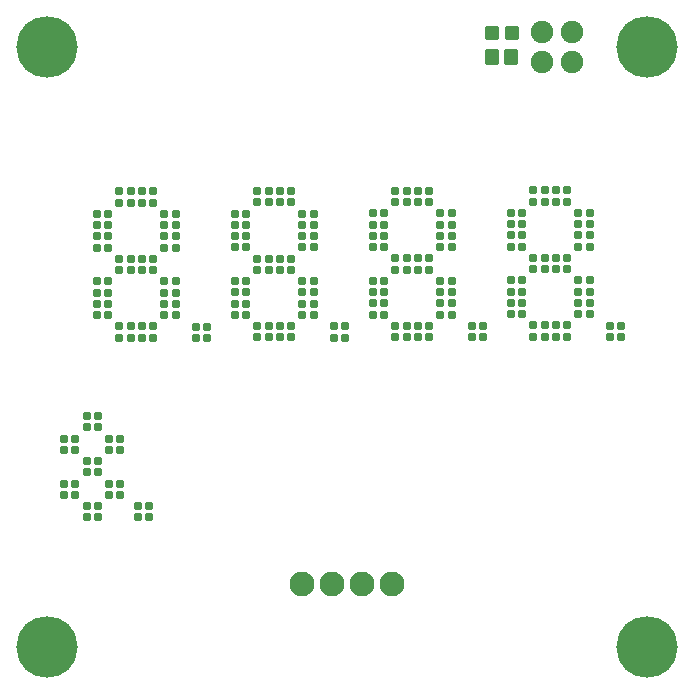
<source format=gts>
G04 Layer: TopSolderMaskLayer*
G04 EasyEDA v6.5.34, 2023-09-25 23:45:59*
G04 c5930d253d39478cbfd5350cf3090093,5a6b42c53f6a479593ecc07194224c93,10*
G04 Gerber Generator version 0.2*
G04 Scale: 100 percent, Rotated: No, Reflected: No *
G04 Dimensions in millimeters *
G04 leading zeros omitted , absolute positions ,4 integer and 5 decimal *
%FSLAX45Y45*%
%MOMM*%

%AMMACRO1*1,1,$1,$2,$3*1,1,$1,$4,$5*1,1,$1,0-$2,0-$3*1,1,$1,0-$4,0-$5*20,1,$1,$2,$3,$4,$5,0*20,1,$1,$4,$5,0-$2,0-$3,0*20,1,$1,0-$2,0-$3,0-$4,0-$5,0*20,1,$1,0-$4,0-$5,$2,$3,0*4,1,4,$2,$3,$4,$5,0-$2,0-$3,0-$4,0-$5,$2,$3,0*%
%ADD10MACRO1,0.1016X-0.275X-0.275X-0.275X0.275*%
%ADD11MACRO1,0.2032X0.5X-0.55X-0.5X-0.55*%
%ADD12MACRO1,0.2032X-0.45X-0.5X-0.45X0.5*%
%ADD13C,5.2032*%
%ADD14C,1.9016*%
%ADD15C,2.1016*%
%ADD16C,0.0196*%

%LPD*%
D10*
G01*
X714474Y1476495D03*
G01*
X809490Y1476495D03*
G01*
X809495Y1571518D03*
G01*
X714474Y1571517D03*
G01*
X523976Y1666995D03*
G01*
X618992Y1666995D03*
G01*
X618998Y1762018D03*
G01*
X523976Y1762017D03*
G01*
X714474Y1857493D03*
G01*
X809490Y1857493D03*
G01*
X809495Y1952515D03*
G01*
X714474Y1952514D03*
G01*
X523976Y2047993D03*
G01*
X618992Y2047993D03*
G01*
X618998Y2143015D03*
G01*
X523976Y2143014D03*
G01*
X714474Y2238493D03*
G01*
X809490Y2238493D03*
G01*
X809495Y2333515D03*
G01*
X714474Y2333514D03*
G01*
X904974Y2047993D03*
G01*
X999990Y2047993D03*
G01*
X999995Y2143015D03*
G01*
X904974Y2143014D03*
G01*
X904974Y1666995D03*
G01*
X999990Y1666995D03*
G01*
X999995Y1762018D03*
G01*
X904974Y1762017D03*
G01*
X1146274Y1476495D03*
G01*
X1241290Y1476495D03*
G01*
X1241295Y1571518D03*
G01*
X1146274Y1571517D03*
G01*
X3978368Y3000493D03*
G01*
X4073385Y3000493D03*
G01*
X4073390Y3095515D03*
G01*
X3978368Y3095514D03*
G01*
X5146766Y3003172D03*
G01*
X5241782Y3003172D03*
G01*
X5241787Y3098195D03*
G01*
X5146766Y3098194D03*
G01*
X2809971Y2997813D03*
G01*
X2904987Y2997813D03*
G01*
X2904992Y3092836D03*
G01*
X2809971Y3092834D03*
G01*
X1641574Y2995133D03*
G01*
X1736590Y2995133D03*
G01*
X1736595Y3090156D03*
G01*
X1641574Y3090155D03*
G01*
X1968672Y3381490D03*
G01*
X2063689Y3381490D03*
G01*
X2063694Y3476513D03*
G01*
X1968672Y3476511D03*
G01*
X1968672Y3190990D03*
G01*
X2063689Y3190990D03*
G01*
X2063694Y3286013D03*
G01*
X1968672Y3286011D03*
G01*
X2159172Y3000493D03*
G01*
X2254189Y3000493D03*
G01*
X2254194Y3095515D03*
G01*
X2159172Y3095514D03*
G01*
X2349672Y3000493D03*
G01*
X2444689Y3000493D03*
G01*
X2444694Y3095515D03*
G01*
X2349672Y3095514D03*
G01*
X2540172Y3190990D03*
G01*
X2635189Y3190990D03*
G01*
X2635194Y3286013D03*
G01*
X2540172Y3286011D03*
G01*
X2540172Y3381490D03*
G01*
X2635189Y3381490D03*
G01*
X2635194Y3476513D03*
G01*
X2540172Y3476511D03*
G01*
X2349672Y3571990D03*
G01*
X2444689Y3571990D03*
G01*
X2444694Y3667013D03*
G01*
X2349672Y3667011D03*
G01*
X2159172Y3571990D03*
G01*
X2254189Y3571990D03*
G01*
X2254194Y3667013D03*
G01*
X2159172Y3667011D03*
G01*
X2540172Y3762490D03*
G01*
X2635189Y3762490D03*
G01*
X2635194Y3857513D03*
G01*
X2540172Y3857511D03*
G01*
X2540172Y3952990D03*
G01*
X2635189Y3952990D03*
G01*
X2635194Y4048013D03*
G01*
X2540172Y4048011D03*
G01*
X2349672Y4143490D03*
G01*
X2444689Y4143490D03*
G01*
X2444694Y4238513D03*
G01*
X2349672Y4238511D03*
G01*
X2159172Y4143490D03*
G01*
X2254189Y4143490D03*
G01*
X2254194Y4238513D03*
G01*
X2159172Y4238511D03*
G01*
X1968672Y3762490D03*
G01*
X2063689Y3762490D03*
G01*
X2063694Y3857513D03*
G01*
X1968672Y3857511D03*
G01*
X1968672Y3952990D03*
G01*
X2063689Y3952990D03*
G01*
X2063694Y4048013D03*
G01*
X1968672Y4048011D03*
G01*
X3137070Y3955670D03*
G01*
X3232086Y3955670D03*
G01*
X3232091Y4050692D03*
G01*
X3137070Y4050691D03*
G01*
X3137070Y3765170D03*
G01*
X3232086Y3765170D03*
G01*
X3232091Y3860192D03*
G01*
X3137070Y3860191D03*
G01*
X3327570Y4146170D03*
G01*
X3422586Y4146170D03*
G01*
X3422591Y4241192D03*
G01*
X3327570Y4241191D03*
G01*
X3518070Y4146170D03*
G01*
X3613086Y4146170D03*
G01*
X3613091Y4241192D03*
G01*
X3518070Y4241191D03*
G01*
X3708570Y3955670D03*
G01*
X3803586Y3955670D03*
G01*
X3803591Y4050692D03*
G01*
X3708570Y4050691D03*
G01*
X3708570Y3765170D03*
G01*
X3803586Y3765170D03*
G01*
X3803591Y3860192D03*
G01*
X3708570Y3860191D03*
G01*
X3327570Y3574670D03*
G01*
X3422586Y3574670D03*
G01*
X3422591Y3669692D03*
G01*
X3327570Y3669691D03*
G01*
X3518070Y3574670D03*
G01*
X3613086Y3574670D03*
G01*
X3613091Y3669692D03*
G01*
X3518070Y3669691D03*
G01*
X3708570Y3384170D03*
G01*
X3803586Y3384170D03*
G01*
X3803591Y3479192D03*
G01*
X3708570Y3479191D03*
G01*
X3708570Y3193670D03*
G01*
X3803586Y3193670D03*
G01*
X3803591Y3288692D03*
G01*
X3708570Y3288691D03*
G01*
X3518070Y3003172D03*
G01*
X3613086Y3003172D03*
G01*
X3613091Y3098195D03*
G01*
X3518070Y3098194D03*
G01*
X3327570Y3003172D03*
G01*
X3422586Y3003172D03*
G01*
X3422591Y3098195D03*
G01*
X3327570Y3098194D03*
G01*
X3137070Y3193670D03*
G01*
X3232086Y3193670D03*
G01*
X3232091Y3288692D03*
G01*
X3137070Y3288691D03*
G01*
X3137070Y3384170D03*
G01*
X3232086Y3384170D03*
G01*
X3232091Y3479192D03*
G01*
X3137070Y3479191D03*
G01*
X4305467Y3386849D03*
G01*
X4400483Y3386849D03*
G01*
X4400489Y3481872D03*
G01*
X4305467Y3481871D03*
G01*
X4305467Y3196349D03*
G01*
X4400483Y3196349D03*
G01*
X4400489Y3291372D03*
G01*
X4305467Y3291371D03*
G01*
X4495967Y3005852D03*
G01*
X4590983Y3005852D03*
G01*
X4590989Y3100875D03*
G01*
X4495967Y3100873D03*
G01*
X4686467Y3005852D03*
G01*
X4781483Y3005852D03*
G01*
X4781489Y3100875D03*
G01*
X4686467Y3100873D03*
G01*
X4876967Y3196349D03*
G01*
X4971983Y3196349D03*
G01*
X4971989Y3291372D03*
G01*
X4876967Y3291371D03*
G01*
X4876967Y3386849D03*
G01*
X4971983Y3386849D03*
G01*
X4971989Y3481872D03*
G01*
X4876967Y3481871D03*
G01*
X4686467Y3577349D03*
G01*
X4781483Y3577349D03*
G01*
X4781489Y3672372D03*
G01*
X4686467Y3672371D03*
G01*
X4495967Y3577349D03*
G01*
X4590983Y3577349D03*
G01*
X4590989Y3672372D03*
G01*
X4495967Y3672371D03*
G01*
X4876967Y3767849D03*
G01*
X4971983Y3767849D03*
G01*
X4971989Y3862872D03*
G01*
X4876967Y3862871D03*
G01*
X4876967Y3958349D03*
G01*
X4971983Y3958349D03*
G01*
X4971989Y4053372D03*
G01*
X4876967Y4053371D03*
G01*
X4686467Y4148849D03*
G01*
X4781483Y4148849D03*
G01*
X4781489Y4243872D03*
G01*
X4686467Y4243871D03*
G01*
X4495967Y4148849D03*
G01*
X4590983Y4148849D03*
G01*
X4590989Y4243872D03*
G01*
X4495967Y4243871D03*
G01*
X4305467Y3767849D03*
G01*
X4400483Y3767849D03*
G01*
X4400489Y3862872D03*
G01*
X4305467Y3862871D03*
G01*
X4305467Y3958349D03*
G01*
X4400483Y3958349D03*
G01*
X4400489Y4053372D03*
G01*
X4305467Y4053371D03*
G01*
X800275Y3950310D03*
G01*
X895291Y3950310D03*
G01*
X895296Y4045333D03*
G01*
X800275Y4045332D03*
G01*
X800275Y3759810D03*
G01*
X895291Y3759810D03*
G01*
X895296Y3854833D03*
G01*
X800275Y3854832D03*
G01*
X990775Y4140810D03*
G01*
X1085791Y4140810D03*
G01*
X1085796Y4235833D03*
G01*
X990775Y4235832D03*
G01*
X1181275Y4140810D03*
G01*
X1276291Y4140810D03*
G01*
X1276296Y4235833D03*
G01*
X1181275Y4235832D03*
G01*
X1371775Y3950310D03*
G01*
X1466791Y3950310D03*
G01*
X1466796Y4045333D03*
G01*
X1371775Y4045332D03*
G01*
X1371775Y3759810D03*
G01*
X1466791Y3759810D03*
G01*
X1466796Y3854833D03*
G01*
X1371775Y3854832D03*
G01*
X990775Y3569310D03*
G01*
X1085791Y3569310D03*
G01*
X1085796Y3664333D03*
G01*
X990775Y3664332D03*
G01*
X1181275Y3569310D03*
G01*
X1276291Y3569310D03*
G01*
X1276296Y3664333D03*
G01*
X1181275Y3664332D03*
G01*
X1371775Y3378810D03*
G01*
X1466791Y3378810D03*
G01*
X1466796Y3473833D03*
G01*
X1371775Y3473832D03*
G01*
X1371775Y3188310D03*
G01*
X1466791Y3188310D03*
G01*
X1466796Y3283333D03*
G01*
X1371775Y3283332D03*
G01*
X1181275Y2997813D03*
G01*
X1276291Y2997813D03*
G01*
X1276296Y3092836D03*
G01*
X1181275Y3092834D03*
G01*
X990775Y2997813D03*
G01*
X1085791Y2997813D03*
G01*
X1085796Y3092836D03*
G01*
X990775Y3092834D03*
G01*
X800275Y3188310D03*
G01*
X895291Y3188310D03*
G01*
X895296Y3283333D03*
G01*
X800275Y3283332D03*
G01*
X800275Y3378810D03*
G01*
X895291Y3378810D03*
G01*
X895296Y3473833D03*
G01*
X800275Y3473832D03*
D11*
G01*
X4149082Y5372089D03*
G01*
X4309082Y5372089D03*
D12*
G01*
X4144081Y5575282D03*
G01*
X4314080Y5575282D03*
D13*
G01*
X380992Y5460992D03*
D14*
G01*
X4571992Y5587992D03*
G01*
X4571992Y5333992D03*
G01*
X4825992Y5333992D03*
G01*
X4825992Y5587992D03*
D13*
G01*
X380992Y380992D03*
G01*
X5460992Y380992D03*
G01*
X5460992Y5460992D03*
D15*
G01*
X3301992Y914392D03*
G01*
X2539992Y914392D03*
G01*
X2793992Y914392D03*
G01*
X3047992Y914392D03*
M02*

</source>
